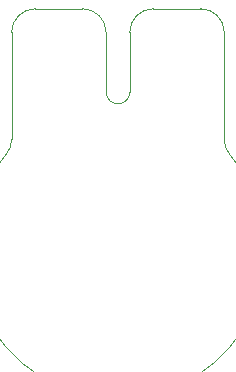
<source format=gbr>
%TF.GenerationSoftware,KiCad,Pcbnew,(6.0.0)*%
%TF.CreationDate,2022-08-20T16:14:09+12:00*%
%TF.ProjectId,MOTOR_TERMINAL_BREAKOUT_25,4d4f544f-525f-4544-9552-4d494e414c5f,0A*%
%TF.SameCoordinates,Original*%
%TF.FileFunction,Profile,NP*%
%FSLAX46Y46*%
G04 Gerber Fmt 4.6, Leading zero omitted, Abs format (unit mm)*
G04 Created by KiCad (PCBNEW (6.0.0)) date 2022-08-20 16:14:09*
%MOMM*%
%LPD*%
G01*
G04 APERTURE LIST*
%TA.AperFunction,Profile*%
%ADD10C,0.050000*%
%TD*%
G04 APERTURE END LIST*
D10*
X219000000Y-131500000D02*
G75*
G03*
X217000000Y-129500000I-1999999J1D01*
G01*
X221000000Y-136540064D02*
X221000000Y-131500000D01*
X211000000Y-140552778D02*
X211000000Y-131500000D01*
X229000000Y-140552778D02*
G75*
G03*
X229482759Y-141855843I1999951J-18D01*
G01*
X223000000Y-129500000D02*
G75*
G03*
X221000000Y-131500000I-1J-1999999D01*
G01*
X210517241Y-141855843D02*
G75*
G03*
X229482759Y-141855843I9482759J-8144157D01*
G01*
X213000000Y-129500000D02*
X217000000Y-129500000D01*
X229000000Y-131500000D02*
G75*
G03*
X227000000Y-129500000I-1999999J1D01*
G01*
X229000000Y-131500000D02*
X229000000Y-140552778D01*
X213000000Y-129500000D02*
G75*
G03*
X211000000Y-131500000I-1J-1999999D01*
G01*
X223000000Y-129500000D02*
X227000000Y-129500000D01*
X210517241Y-141855843D02*
G75*
G03*
X211000000Y-140552778I-1517240J1303065D01*
G01*
X219000000Y-131500000D02*
X219000000Y-136540064D01*
X219000000Y-136540064D02*
G75*
G03*
X221000000Y-136540064I1000000J0D01*
G01*
M02*

</source>
